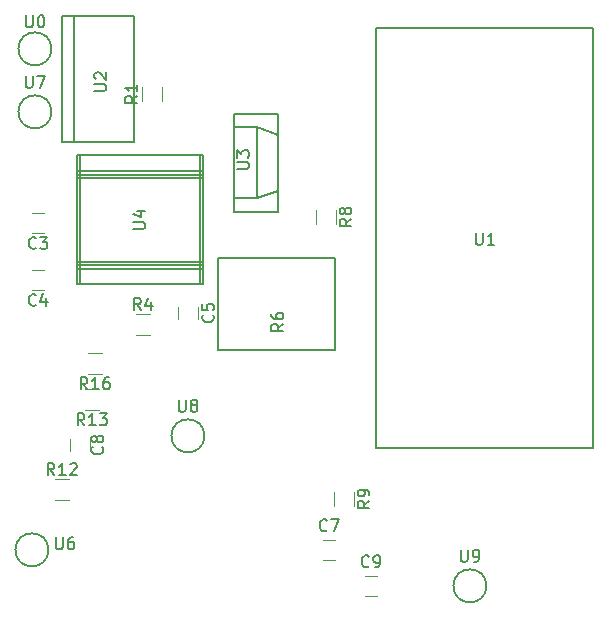
<source format=gbr>
G04 #@! TF.FileFunction,Legend,Top*
%FSLAX46Y46*%
G04 Gerber Fmt 4.6, Leading zero omitted, Abs format (unit mm)*
G04 Created by KiCad (PCBNEW 4.0.7) date 10/29/17 06:02:24*
%MOMM*%
%LPD*%
G01*
G04 APERTURE LIST*
%ADD10C,0.100000*%
%ADD11C,0.150000*%
%ADD12C,0.120000*%
G04 APERTURE END LIST*
D10*
D11*
X121158000Y-55216000D02*
X121158000Y-53403500D01*
X121158000Y-48704500D02*
X121158000Y-46892000D01*
X117475000Y-55216000D02*
X117475000Y-54052912D01*
X117475000Y-46892000D02*
X117475000Y-48055088D01*
X121158000Y-55216000D02*
X117475000Y-55216000D01*
X121158000Y-46892000D02*
X117475000Y-46892000D01*
X119380000Y-54052912D02*
X117475000Y-54052912D01*
X119380000Y-48055088D02*
X117475000Y-48055088D01*
X117475000Y-54052912D02*
X117475000Y-48055088D01*
X121158000Y-53403500D02*
X119380000Y-54052912D01*
X121158000Y-48704500D02*
X119380000Y-48055088D01*
X119380000Y-54052912D02*
X119380000Y-48055088D01*
X121158000Y-53403500D02*
X121158000Y-48704500D01*
D12*
X100338000Y-56984000D02*
X101338000Y-56984000D01*
X101338000Y-55284000D02*
X100338000Y-55284000D01*
X100338000Y-61810000D02*
X101338000Y-61810000D01*
X101338000Y-60110000D02*
X100338000Y-60110000D01*
X114388000Y-64254000D02*
X114388000Y-63254000D01*
X112688000Y-63254000D02*
X112688000Y-64254000D01*
X125976000Y-82970000D02*
X124976000Y-82970000D01*
X124976000Y-84670000D02*
X125976000Y-84670000D01*
X105244000Y-75430000D02*
X105244000Y-74430000D01*
X103544000Y-74430000D02*
X103544000Y-75430000D01*
X128532000Y-87718000D02*
X129532000Y-87718000D01*
X129532000Y-86018000D02*
X128532000Y-86018000D01*
X111370000Y-44612000D02*
X111370000Y-45812000D01*
X109610000Y-45812000D02*
X109610000Y-44612000D01*
X110328000Y-65650000D02*
X109128000Y-65650000D01*
X109128000Y-63890000D02*
X110328000Y-63890000D01*
X124342000Y-56226000D02*
X124342000Y-55026000D01*
X126102000Y-55026000D02*
X126102000Y-56226000D01*
X125866000Y-80102000D02*
X125866000Y-78902000D01*
X127626000Y-78902000D02*
X127626000Y-80102000D01*
X103470000Y-79620000D02*
X102270000Y-79620000D01*
X102270000Y-77860000D02*
X103470000Y-77860000D01*
X104810000Y-70240000D02*
X106010000Y-70240000D01*
X106010000Y-72000000D02*
X104810000Y-72000000D01*
X105064000Y-67192000D02*
X106264000Y-67192000D01*
X106264000Y-68952000D02*
X105064000Y-68952000D01*
D11*
X129494000Y-39624000D02*
X147874000Y-39624000D01*
X129494000Y-75184000D02*
X129494000Y-39624000D01*
X147874000Y-75184000D02*
X147874000Y-39624000D01*
X129494000Y-75184000D02*
X147874000Y-75184000D01*
X103890000Y-38607000D02*
X103890000Y-49277000D01*
X108970000Y-49277000D02*
X108970000Y-38607000D01*
X102918000Y-38607000D02*
X108970000Y-38607000D01*
X102918000Y-49277000D02*
X108970000Y-49277000D01*
X102918000Y-49277000D02*
X102918000Y-38607000D01*
X114808000Y-51752500D02*
X104140000Y-51752500D01*
X114808000Y-60007500D02*
X104140000Y-60007500D01*
X104394000Y-50419000D02*
X104394000Y-61341000D01*
X114808000Y-50419000D02*
X114808000Y-61341000D01*
X114808000Y-50419000D02*
X104140000Y-50419000D01*
X114808000Y-61341000D02*
X104140000Y-61341000D01*
X104140000Y-52070000D02*
X114808000Y-52070000D01*
X104140000Y-59690000D02*
X114808000Y-59690000D01*
X114554000Y-50419000D02*
X114554000Y-61341000D01*
X104140000Y-52324000D02*
X114808000Y-52324000D01*
X104140000Y-59436000D02*
X114808000Y-59436000D01*
X104140000Y-50419000D02*
X104140000Y-61341000D01*
X101730000Y-83820000D02*
G75*
G03X101730000Y-83820000I-1400000J0D01*
G01*
X101984000Y-41402000D02*
G75*
G03X101984000Y-41402000I-1400000J0D01*
G01*
X116084000Y-66892000D02*
X116084000Y-59092000D01*
X125984000Y-66892000D02*
X116084000Y-66892000D01*
X125984000Y-59092000D02*
X116084000Y-59092000D01*
X125984000Y-66892000D02*
X125984000Y-59092000D01*
X101984000Y-46736000D02*
G75*
G03X101984000Y-46736000I-1400000J0D01*
G01*
X114938000Y-74168000D02*
G75*
G03X114938000Y-74168000I-1400000J0D01*
G01*
X138814000Y-86868000D02*
G75*
G03X138814000Y-86868000I-1400000J0D01*
G01*
X117689381Y-51561905D02*
X118498905Y-51561905D01*
X118594143Y-51514286D01*
X118641762Y-51466667D01*
X118689381Y-51371429D01*
X118689381Y-51180952D01*
X118641762Y-51085714D01*
X118594143Y-51038095D01*
X118498905Y-50990476D01*
X117689381Y-50990476D01*
X117689381Y-50609524D02*
X117689381Y-49990476D01*
X118070333Y-50323810D01*
X118070333Y-50180952D01*
X118117952Y-50085714D01*
X118165571Y-50038095D01*
X118260810Y-49990476D01*
X118498905Y-49990476D01*
X118594143Y-50038095D01*
X118641762Y-50085714D01*
X118689381Y-50180952D01*
X118689381Y-50466667D01*
X118641762Y-50561905D01*
X118594143Y-50609524D01*
X100671334Y-58241143D02*
X100623715Y-58288762D01*
X100480858Y-58336381D01*
X100385620Y-58336381D01*
X100242762Y-58288762D01*
X100147524Y-58193524D01*
X100099905Y-58098286D01*
X100052286Y-57907810D01*
X100052286Y-57764952D01*
X100099905Y-57574476D01*
X100147524Y-57479238D01*
X100242762Y-57384000D01*
X100385620Y-57336381D01*
X100480858Y-57336381D01*
X100623715Y-57384000D01*
X100671334Y-57431619D01*
X101004667Y-57336381D02*
X101623715Y-57336381D01*
X101290381Y-57717333D01*
X101433239Y-57717333D01*
X101528477Y-57764952D01*
X101576096Y-57812571D01*
X101623715Y-57907810D01*
X101623715Y-58145905D01*
X101576096Y-58241143D01*
X101528477Y-58288762D01*
X101433239Y-58336381D01*
X101147524Y-58336381D01*
X101052286Y-58288762D01*
X101004667Y-58241143D01*
X100671334Y-63067143D02*
X100623715Y-63114762D01*
X100480858Y-63162381D01*
X100385620Y-63162381D01*
X100242762Y-63114762D01*
X100147524Y-63019524D01*
X100099905Y-62924286D01*
X100052286Y-62733810D01*
X100052286Y-62590952D01*
X100099905Y-62400476D01*
X100147524Y-62305238D01*
X100242762Y-62210000D01*
X100385620Y-62162381D01*
X100480858Y-62162381D01*
X100623715Y-62210000D01*
X100671334Y-62257619D01*
X101528477Y-62495714D02*
X101528477Y-63162381D01*
X101290381Y-62114762D02*
X101052286Y-62829048D01*
X101671334Y-62829048D01*
X115645143Y-63920666D02*
X115692762Y-63968285D01*
X115740381Y-64111142D01*
X115740381Y-64206380D01*
X115692762Y-64349238D01*
X115597524Y-64444476D01*
X115502286Y-64492095D01*
X115311810Y-64539714D01*
X115168952Y-64539714D01*
X114978476Y-64492095D01*
X114883238Y-64444476D01*
X114788000Y-64349238D01*
X114740381Y-64206380D01*
X114740381Y-64111142D01*
X114788000Y-63968285D01*
X114835619Y-63920666D01*
X114740381Y-63015904D02*
X114740381Y-63492095D01*
X115216571Y-63539714D01*
X115168952Y-63492095D01*
X115121333Y-63396857D01*
X115121333Y-63158761D01*
X115168952Y-63063523D01*
X115216571Y-63015904D01*
X115311810Y-62968285D01*
X115549905Y-62968285D01*
X115645143Y-63015904D01*
X115692762Y-63063523D01*
X115740381Y-63158761D01*
X115740381Y-63396857D01*
X115692762Y-63492095D01*
X115645143Y-63539714D01*
X125309334Y-82145143D02*
X125261715Y-82192762D01*
X125118858Y-82240381D01*
X125023620Y-82240381D01*
X124880762Y-82192762D01*
X124785524Y-82097524D01*
X124737905Y-82002286D01*
X124690286Y-81811810D01*
X124690286Y-81668952D01*
X124737905Y-81478476D01*
X124785524Y-81383238D01*
X124880762Y-81288000D01*
X125023620Y-81240381D01*
X125118858Y-81240381D01*
X125261715Y-81288000D01*
X125309334Y-81335619D01*
X125642667Y-81240381D02*
X126309334Y-81240381D01*
X125880762Y-82240381D01*
X106275143Y-75096666D02*
X106322762Y-75144285D01*
X106370381Y-75287142D01*
X106370381Y-75382380D01*
X106322762Y-75525238D01*
X106227524Y-75620476D01*
X106132286Y-75668095D01*
X105941810Y-75715714D01*
X105798952Y-75715714D01*
X105608476Y-75668095D01*
X105513238Y-75620476D01*
X105418000Y-75525238D01*
X105370381Y-75382380D01*
X105370381Y-75287142D01*
X105418000Y-75144285D01*
X105465619Y-75096666D01*
X105798952Y-74525238D02*
X105751333Y-74620476D01*
X105703714Y-74668095D01*
X105608476Y-74715714D01*
X105560857Y-74715714D01*
X105465619Y-74668095D01*
X105418000Y-74620476D01*
X105370381Y-74525238D01*
X105370381Y-74334761D01*
X105418000Y-74239523D01*
X105465619Y-74191904D01*
X105560857Y-74144285D01*
X105608476Y-74144285D01*
X105703714Y-74191904D01*
X105751333Y-74239523D01*
X105798952Y-74334761D01*
X105798952Y-74525238D01*
X105846571Y-74620476D01*
X105894190Y-74668095D01*
X105989429Y-74715714D01*
X106179905Y-74715714D01*
X106275143Y-74668095D01*
X106322762Y-74620476D01*
X106370381Y-74525238D01*
X106370381Y-74334761D01*
X106322762Y-74239523D01*
X106275143Y-74191904D01*
X106179905Y-74144285D01*
X105989429Y-74144285D01*
X105894190Y-74191904D01*
X105846571Y-74239523D01*
X105798952Y-74334761D01*
X128865334Y-85193143D02*
X128817715Y-85240762D01*
X128674858Y-85288381D01*
X128579620Y-85288381D01*
X128436762Y-85240762D01*
X128341524Y-85145524D01*
X128293905Y-85050286D01*
X128246286Y-84859810D01*
X128246286Y-84716952D01*
X128293905Y-84526476D01*
X128341524Y-84431238D01*
X128436762Y-84336000D01*
X128579620Y-84288381D01*
X128674858Y-84288381D01*
X128817715Y-84336000D01*
X128865334Y-84383619D01*
X129341524Y-85288381D02*
X129532000Y-85288381D01*
X129627239Y-85240762D01*
X129674858Y-85193143D01*
X129770096Y-85050286D01*
X129817715Y-84859810D01*
X129817715Y-84478857D01*
X129770096Y-84383619D01*
X129722477Y-84336000D01*
X129627239Y-84288381D01*
X129436762Y-84288381D01*
X129341524Y-84336000D01*
X129293905Y-84383619D01*
X129246286Y-84478857D01*
X129246286Y-84716952D01*
X129293905Y-84812190D01*
X129341524Y-84859810D01*
X129436762Y-84907429D01*
X129627239Y-84907429D01*
X129722477Y-84859810D01*
X129770096Y-84812190D01*
X129817715Y-84716952D01*
X109242381Y-45378666D02*
X108766190Y-45712000D01*
X109242381Y-45950095D02*
X108242381Y-45950095D01*
X108242381Y-45569142D01*
X108290000Y-45473904D01*
X108337619Y-45426285D01*
X108432857Y-45378666D01*
X108575714Y-45378666D01*
X108670952Y-45426285D01*
X108718571Y-45473904D01*
X108766190Y-45569142D01*
X108766190Y-45950095D01*
X109242381Y-44426285D02*
X109242381Y-44997714D01*
X109242381Y-44712000D02*
X108242381Y-44712000D01*
X108385238Y-44807238D01*
X108480476Y-44902476D01*
X108528095Y-44997714D01*
X109561334Y-63522381D02*
X109228000Y-63046190D01*
X108989905Y-63522381D02*
X108989905Y-62522381D01*
X109370858Y-62522381D01*
X109466096Y-62570000D01*
X109513715Y-62617619D01*
X109561334Y-62712857D01*
X109561334Y-62855714D01*
X109513715Y-62950952D01*
X109466096Y-62998571D01*
X109370858Y-63046190D01*
X108989905Y-63046190D01*
X110418477Y-62855714D02*
X110418477Y-63522381D01*
X110180381Y-62474762D02*
X109942286Y-63189048D01*
X110561334Y-63189048D01*
X127374381Y-55792666D02*
X126898190Y-56126000D01*
X127374381Y-56364095D02*
X126374381Y-56364095D01*
X126374381Y-55983142D01*
X126422000Y-55887904D01*
X126469619Y-55840285D01*
X126564857Y-55792666D01*
X126707714Y-55792666D01*
X126802952Y-55840285D01*
X126850571Y-55887904D01*
X126898190Y-55983142D01*
X126898190Y-56364095D01*
X126802952Y-55221238D02*
X126755333Y-55316476D01*
X126707714Y-55364095D01*
X126612476Y-55411714D01*
X126564857Y-55411714D01*
X126469619Y-55364095D01*
X126422000Y-55316476D01*
X126374381Y-55221238D01*
X126374381Y-55030761D01*
X126422000Y-54935523D01*
X126469619Y-54887904D01*
X126564857Y-54840285D01*
X126612476Y-54840285D01*
X126707714Y-54887904D01*
X126755333Y-54935523D01*
X126802952Y-55030761D01*
X126802952Y-55221238D01*
X126850571Y-55316476D01*
X126898190Y-55364095D01*
X126993429Y-55411714D01*
X127183905Y-55411714D01*
X127279143Y-55364095D01*
X127326762Y-55316476D01*
X127374381Y-55221238D01*
X127374381Y-55030761D01*
X127326762Y-54935523D01*
X127279143Y-54887904D01*
X127183905Y-54840285D01*
X126993429Y-54840285D01*
X126898190Y-54887904D01*
X126850571Y-54935523D01*
X126802952Y-55030761D01*
X128898381Y-79668666D02*
X128422190Y-80002000D01*
X128898381Y-80240095D02*
X127898381Y-80240095D01*
X127898381Y-79859142D01*
X127946000Y-79763904D01*
X127993619Y-79716285D01*
X128088857Y-79668666D01*
X128231714Y-79668666D01*
X128326952Y-79716285D01*
X128374571Y-79763904D01*
X128422190Y-79859142D01*
X128422190Y-80240095D01*
X128898381Y-79192476D02*
X128898381Y-79002000D01*
X128850762Y-78906761D01*
X128803143Y-78859142D01*
X128660286Y-78763904D01*
X128469810Y-78716285D01*
X128088857Y-78716285D01*
X127993619Y-78763904D01*
X127946000Y-78811523D01*
X127898381Y-78906761D01*
X127898381Y-79097238D01*
X127946000Y-79192476D01*
X127993619Y-79240095D01*
X128088857Y-79287714D01*
X128326952Y-79287714D01*
X128422190Y-79240095D01*
X128469810Y-79192476D01*
X128517429Y-79097238D01*
X128517429Y-78906761D01*
X128469810Y-78811523D01*
X128422190Y-78763904D01*
X128326952Y-78716285D01*
X102227143Y-77492381D02*
X101893809Y-77016190D01*
X101655714Y-77492381D02*
X101655714Y-76492381D01*
X102036667Y-76492381D01*
X102131905Y-76540000D01*
X102179524Y-76587619D01*
X102227143Y-76682857D01*
X102227143Y-76825714D01*
X102179524Y-76920952D01*
X102131905Y-76968571D01*
X102036667Y-77016190D01*
X101655714Y-77016190D01*
X103179524Y-77492381D02*
X102608095Y-77492381D01*
X102893809Y-77492381D02*
X102893809Y-76492381D01*
X102798571Y-76635238D01*
X102703333Y-76730476D01*
X102608095Y-76778095D01*
X103560476Y-76587619D02*
X103608095Y-76540000D01*
X103703333Y-76492381D01*
X103941429Y-76492381D01*
X104036667Y-76540000D01*
X104084286Y-76587619D01*
X104131905Y-76682857D01*
X104131905Y-76778095D01*
X104084286Y-76920952D01*
X103512857Y-77492381D01*
X104131905Y-77492381D01*
X104767143Y-73272381D02*
X104433809Y-72796190D01*
X104195714Y-73272381D02*
X104195714Y-72272381D01*
X104576667Y-72272381D01*
X104671905Y-72320000D01*
X104719524Y-72367619D01*
X104767143Y-72462857D01*
X104767143Y-72605714D01*
X104719524Y-72700952D01*
X104671905Y-72748571D01*
X104576667Y-72796190D01*
X104195714Y-72796190D01*
X105719524Y-73272381D02*
X105148095Y-73272381D01*
X105433809Y-73272381D02*
X105433809Y-72272381D01*
X105338571Y-72415238D01*
X105243333Y-72510476D01*
X105148095Y-72558095D01*
X106052857Y-72272381D02*
X106671905Y-72272381D01*
X106338571Y-72653333D01*
X106481429Y-72653333D01*
X106576667Y-72700952D01*
X106624286Y-72748571D01*
X106671905Y-72843810D01*
X106671905Y-73081905D01*
X106624286Y-73177143D01*
X106576667Y-73224762D01*
X106481429Y-73272381D01*
X106195714Y-73272381D01*
X106100476Y-73224762D01*
X106052857Y-73177143D01*
X105021143Y-70224381D02*
X104687809Y-69748190D01*
X104449714Y-70224381D02*
X104449714Y-69224381D01*
X104830667Y-69224381D01*
X104925905Y-69272000D01*
X104973524Y-69319619D01*
X105021143Y-69414857D01*
X105021143Y-69557714D01*
X104973524Y-69652952D01*
X104925905Y-69700571D01*
X104830667Y-69748190D01*
X104449714Y-69748190D01*
X105973524Y-70224381D02*
X105402095Y-70224381D01*
X105687809Y-70224381D02*
X105687809Y-69224381D01*
X105592571Y-69367238D01*
X105497333Y-69462476D01*
X105402095Y-69510095D01*
X106830667Y-69224381D02*
X106640190Y-69224381D01*
X106544952Y-69272000D01*
X106497333Y-69319619D01*
X106402095Y-69462476D01*
X106354476Y-69652952D01*
X106354476Y-70033905D01*
X106402095Y-70129143D01*
X106449714Y-70176762D01*
X106544952Y-70224381D01*
X106735429Y-70224381D01*
X106830667Y-70176762D01*
X106878286Y-70129143D01*
X106925905Y-70033905D01*
X106925905Y-69795810D01*
X106878286Y-69700571D01*
X106830667Y-69652952D01*
X106735429Y-69605333D01*
X106544952Y-69605333D01*
X106449714Y-69652952D01*
X106402095Y-69700571D01*
X106354476Y-69795810D01*
X137922095Y-56983381D02*
X137922095Y-57792905D01*
X137969714Y-57888143D01*
X138017333Y-57935762D01*
X138112571Y-57983381D01*
X138303048Y-57983381D01*
X138398286Y-57935762D01*
X138445905Y-57888143D01*
X138493524Y-57792905D01*
X138493524Y-56983381D01*
X139493524Y-57983381D02*
X138922095Y-57983381D01*
X139207809Y-57983381D02*
X139207809Y-56983381D01*
X139112571Y-57126238D01*
X139017333Y-57221476D01*
X138922095Y-57269095D01*
X105624381Y-44957905D02*
X106433905Y-44957905D01*
X106529143Y-44910286D01*
X106576762Y-44862667D01*
X106624381Y-44767429D01*
X106624381Y-44576952D01*
X106576762Y-44481714D01*
X106529143Y-44434095D01*
X106433905Y-44386476D01*
X105624381Y-44386476D01*
X105719619Y-43957905D02*
X105672000Y-43910286D01*
X105624381Y-43815048D01*
X105624381Y-43576952D01*
X105672000Y-43481714D01*
X105719619Y-43434095D01*
X105814857Y-43386476D01*
X105910095Y-43386476D01*
X106052952Y-43434095D01*
X106624381Y-44005524D01*
X106624381Y-43386476D01*
X108926381Y-56641905D02*
X109735905Y-56641905D01*
X109831143Y-56594286D01*
X109878762Y-56546667D01*
X109926381Y-56451429D01*
X109926381Y-56260952D01*
X109878762Y-56165714D01*
X109831143Y-56118095D01*
X109735905Y-56070476D01*
X108926381Y-56070476D01*
X109259714Y-55165714D02*
X109926381Y-55165714D01*
X108878762Y-55403810D02*
X109593048Y-55641905D01*
X109593048Y-55022857D01*
X102362095Y-82764381D02*
X102362095Y-83573905D01*
X102409714Y-83669143D01*
X102457333Y-83716762D01*
X102552571Y-83764381D01*
X102743048Y-83764381D01*
X102838286Y-83716762D01*
X102885905Y-83669143D01*
X102933524Y-83573905D01*
X102933524Y-82764381D01*
X103838286Y-82764381D02*
X103647809Y-82764381D01*
X103552571Y-82812000D01*
X103504952Y-82859619D01*
X103409714Y-83002476D01*
X103362095Y-83192952D01*
X103362095Y-83573905D01*
X103409714Y-83669143D01*
X103457333Y-83716762D01*
X103552571Y-83764381D01*
X103743048Y-83764381D01*
X103838286Y-83716762D01*
X103885905Y-83669143D01*
X103933524Y-83573905D01*
X103933524Y-83335810D01*
X103885905Y-83240571D01*
X103838286Y-83192952D01*
X103743048Y-83145333D01*
X103552571Y-83145333D01*
X103457333Y-83192952D01*
X103409714Y-83240571D01*
X103362095Y-83335810D01*
X99822095Y-38568381D02*
X99822095Y-39377905D01*
X99869714Y-39473143D01*
X99917333Y-39520762D01*
X100012571Y-39568381D01*
X100203048Y-39568381D01*
X100298286Y-39520762D01*
X100345905Y-39473143D01*
X100393524Y-39377905D01*
X100393524Y-38568381D01*
X101060190Y-38568381D02*
X101155429Y-38568381D01*
X101250667Y-38616000D01*
X101298286Y-38663619D01*
X101345905Y-38758857D01*
X101393524Y-38949333D01*
X101393524Y-39187429D01*
X101345905Y-39377905D01*
X101298286Y-39473143D01*
X101250667Y-39520762D01*
X101155429Y-39568381D01*
X101060190Y-39568381D01*
X100964952Y-39520762D01*
X100917333Y-39473143D01*
X100869714Y-39377905D01*
X100822095Y-39187429D01*
X100822095Y-38949333D01*
X100869714Y-38758857D01*
X100917333Y-38663619D01*
X100964952Y-38616000D01*
X101060190Y-38568381D01*
X121610381Y-64682666D02*
X121134190Y-65016000D01*
X121610381Y-65254095D02*
X120610381Y-65254095D01*
X120610381Y-64873142D01*
X120658000Y-64777904D01*
X120705619Y-64730285D01*
X120800857Y-64682666D01*
X120943714Y-64682666D01*
X121038952Y-64730285D01*
X121086571Y-64777904D01*
X121134190Y-64873142D01*
X121134190Y-65254095D01*
X120610381Y-63825523D02*
X120610381Y-64016000D01*
X120658000Y-64111238D01*
X120705619Y-64158857D01*
X120848476Y-64254095D01*
X121038952Y-64301714D01*
X121419905Y-64301714D01*
X121515143Y-64254095D01*
X121562762Y-64206476D01*
X121610381Y-64111238D01*
X121610381Y-63920761D01*
X121562762Y-63825523D01*
X121515143Y-63777904D01*
X121419905Y-63730285D01*
X121181810Y-63730285D01*
X121086571Y-63777904D01*
X121038952Y-63825523D01*
X120991333Y-63920761D01*
X120991333Y-64111238D01*
X121038952Y-64206476D01*
X121086571Y-64254095D01*
X121181810Y-64301714D01*
X99822095Y-43688381D02*
X99822095Y-44497905D01*
X99869714Y-44593143D01*
X99917333Y-44640762D01*
X100012571Y-44688381D01*
X100203048Y-44688381D01*
X100298286Y-44640762D01*
X100345905Y-44593143D01*
X100393524Y-44497905D01*
X100393524Y-43688381D01*
X100774476Y-43688381D02*
X101441143Y-43688381D01*
X101012571Y-44688381D01*
X112776095Y-71120381D02*
X112776095Y-71929905D01*
X112823714Y-72025143D01*
X112871333Y-72072762D01*
X112966571Y-72120381D01*
X113157048Y-72120381D01*
X113252286Y-72072762D01*
X113299905Y-72025143D01*
X113347524Y-71929905D01*
X113347524Y-71120381D01*
X113966571Y-71548952D02*
X113871333Y-71501333D01*
X113823714Y-71453714D01*
X113776095Y-71358476D01*
X113776095Y-71310857D01*
X113823714Y-71215619D01*
X113871333Y-71168000D01*
X113966571Y-71120381D01*
X114157048Y-71120381D01*
X114252286Y-71168000D01*
X114299905Y-71215619D01*
X114347524Y-71310857D01*
X114347524Y-71358476D01*
X114299905Y-71453714D01*
X114252286Y-71501333D01*
X114157048Y-71548952D01*
X113966571Y-71548952D01*
X113871333Y-71596571D01*
X113823714Y-71644190D01*
X113776095Y-71739429D01*
X113776095Y-71929905D01*
X113823714Y-72025143D01*
X113871333Y-72072762D01*
X113966571Y-72120381D01*
X114157048Y-72120381D01*
X114252286Y-72072762D01*
X114299905Y-72025143D01*
X114347524Y-71929905D01*
X114347524Y-71739429D01*
X114299905Y-71644190D01*
X114252286Y-71596571D01*
X114157048Y-71548952D01*
X136652095Y-83820381D02*
X136652095Y-84629905D01*
X136699714Y-84725143D01*
X136747333Y-84772762D01*
X136842571Y-84820381D01*
X137033048Y-84820381D01*
X137128286Y-84772762D01*
X137175905Y-84725143D01*
X137223524Y-84629905D01*
X137223524Y-83820381D01*
X137747333Y-84820381D02*
X137937809Y-84820381D01*
X138033048Y-84772762D01*
X138080667Y-84725143D01*
X138175905Y-84582286D01*
X138223524Y-84391810D01*
X138223524Y-84010857D01*
X138175905Y-83915619D01*
X138128286Y-83868000D01*
X138033048Y-83820381D01*
X137842571Y-83820381D01*
X137747333Y-83868000D01*
X137699714Y-83915619D01*
X137652095Y-84010857D01*
X137652095Y-84248952D01*
X137699714Y-84344190D01*
X137747333Y-84391810D01*
X137842571Y-84439429D01*
X138033048Y-84439429D01*
X138128286Y-84391810D01*
X138175905Y-84344190D01*
X138223524Y-84248952D01*
M02*

</source>
